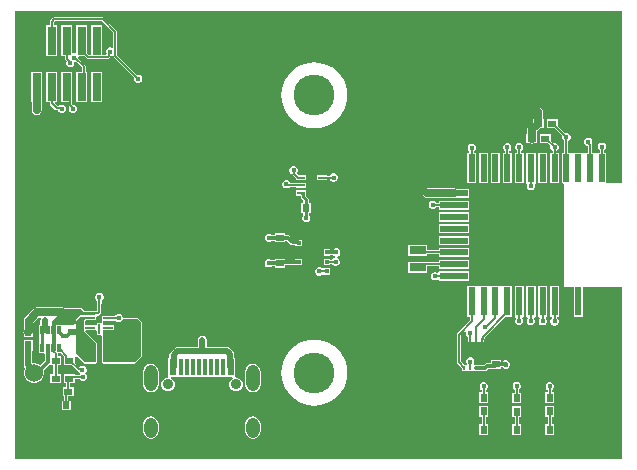
<source format=gbr>
%TF.GenerationSoftware,Altium Limited,Altium Designer,23.6.0 (18)*%
G04 Layer_Physical_Order=1*
G04 Layer_Color=255*
%FSLAX45Y45*%
%MOMM*%
%TF.SameCoordinates,DCE0C1D5-9975-4D98-BEBD-45AE40CD8FD9*%
%TF.FilePolarity,Positive*%
%TF.FileFunction,Copper,L1,Top,Signal*%
%TF.Part,Single*%
G01*
G75*
%TA.AperFunction,SMDPad,CuDef*%
%ADD10R,0.60000X0.75000*%
%ADD11R,0.60000X0.64000*%
%ADD12R,0.64000X0.60000*%
%ADD13R,0.75000X0.60000*%
%ADD14R,0.20320X0.86360*%
%ADD15R,0.86360X0.20320*%
%ADD16R,0.65000X1.60000*%
%ADD17R,0.30000X0.67000*%
%ADD18R,0.60960X1.44780*%
%ADD19R,0.30480X1.44780*%
%ADD20R,1.60000X0.20000*%
%ADD21R,0.25000X0.30000*%
%ADD22R,0.60000X2.40000*%
%TA.AperFunction,SMDPad,SMDef*%
%ADD23R,0.65000X1.45000*%
%ADD24R,0.70000X0.27000*%
%TA.AperFunction,BGAPad,CuDef*%
%ADD25R,0.40000X0.40000*%
%TA.AperFunction,SMDPad,CuDef*%
%ADD26R,1.40000X0.75000*%
%ADD27R,2.40000X0.60000*%
%ADD28R,0.75000X2.40000*%
%TA.AperFunction,Conductor*%
%ADD29C,0.12700*%
%ADD30C,0.63500*%
%ADD31C,0.30480*%
%ADD32C,0.50800*%
%ADD33C,0.20320*%
%ADD34C,0.15240*%
%ADD35C,0.25400*%
%TA.AperFunction,ComponentPad*%
%ADD36C,3.45440*%
%ADD37C,1.52400*%
%ADD38C,0.60960*%
%ADD39O,1.11760X2.20980*%
%ADD40C,0.91440*%
%ADD41O,1.11760X1.70180*%
%TA.AperFunction,ViaPad*%
%ADD42C,0.45000*%
%TA.AperFunction,NonConductor*%
%ADD43C,0.60960*%
G36*
X7828209Y4908615D02*
X7823900Y4897700D01*
X7692790D01*
Y5151590D01*
X7672056D01*
Y5170653D01*
X7675499Y5172079D01*
X7685401Y5181981D01*
X7690760Y5194918D01*
Y5208922D01*
X7685401Y5221859D01*
X7675499Y5231761D01*
X7662562Y5237120D01*
X7648558D01*
X7635621Y5231761D01*
X7625719Y5221859D01*
X7620360Y5208922D01*
Y5194918D01*
X7625719Y5181981D01*
X7635621Y5172079D01*
X7639064Y5170653D01*
Y5151590D01*
X7617246D01*
X7614350Y5152790D01*
X7592130D01*
X7589233Y5151590D01*
X7570396D01*
Y5221180D01*
X7568654Y5225385D01*
X7573920Y5238098D01*
Y5252102D01*
X7568561Y5265039D01*
X7558659Y5274941D01*
X7545722Y5280300D01*
X7531718D01*
X7518781Y5274941D01*
X7508879Y5265039D01*
X7503520Y5252102D01*
Y5238098D01*
X7508879Y5225161D01*
X7518781Y5215259D01*
X7531718Y5209900D01*
X7537404D01*
Y5151590D01*
X7517153D01*
X7513133Y5153255D01*
X7490913D01*
X7486893Y5151590D01*
X7420820D01*
X7416330Y5153450D01*
X7394110D01*
X7389620Y5151590D01*
X7370396D01*
Y5252833D01*
X7373839Y5254259D01*
X7383741Y5264161D01*
X7389100Y5277098D01*
Y5291102D01*
X7383741Y5304039D01*
X7373839Y5313941D01*
X7360902Y5319300D01*
X7346898D01*
X7343455Y5317874D01*
X7279390Y5381938D01*
Y5436390D01*
X7186610D01*
Y5358610D01*
X7256062D01*
X7320126Y5294545D01*
X7318700Y5291102D01*
Y5277098D01*
X7324059Y5264161D01*
X7333961Y5254259D01*
X7337404Y5252833D01*
Y5151590D01*
X7315010D01*
Y4893810D01*
X7325563D01*
X7337096Y4890991D01*
Y4010896D01*
X7415010D01*
Y3763810D01*
X7492790D01*
Y4010896D01*
X7828209D01*
Y2560391D01*
X2687391D01*
Y6355009D01*
X7828209D01*
Y4908615D01*
D02*
G37*
%LPC*%
G36*
X3429000Y6297916D02*
X3017520D01*
X3005856Y6293084D01*
X2985536Y6272764D01*
X2980704Y6261100D01*
Y6229390D01*
X2950810D01*
Y5971610D01*
X3043590D01*
Y6229390D01*
X3013696D01*
Y6254267D01*
X3024353Y6264924D01*
X3422167D01*
X3519184Y6167907D01*
Y6049329D01*
X3506484Y6040993D01*
X3501132Y6043210D01*
X3487128D01*
X3474191Y6037851D01*
X3464289Y6027949D01*
X3458930Y6015012D01*
Y6001008D01*
X3461649Y5994445D01*
X3454486Y5981756D01*
X3424590D01*
Y6229390D01*
X3331810D01*
Y5981756D01*
X3310773D01*
X3297590Y5994939D01*
Y6229390D01*
X3204810D01*
Y5998725D01*
X3194702Y5991971D01*
X3180698D01*
X3170590Y5998725D01*
Y6229390D01*
X3077810D01*
Y5971610D01*
X3107704D01*
Y5948680D01*
X3112536Y5937016D01*
X3122234Y5927317D01*
X3118136Y5917423D01*
Y5903419D01*
X3123495Y5890482D01*
X3133397Y5880580D01*
X3146334Y5875221D01*
X3160337D01*
X3173275Y5880580D01*
X3183177Y5890482D01*
X3188535Y5903419D01*
Y5917422D01*
X3199705Y5923644D01*
X3200804Y5924099D01*
X3249944Y5874959D01*
Y5839390D01*
X3204810D01*
Y5581610D01*
X3297590D01*
Y5839390D01*
X3282936D01*
Y5881792D01*
X3278104Y5893456D01*
X3222575Y5948985D01*
X3222900Y5949770D01*
Y5963773D01*
X3228136Y5971610D01*
X3274261D01*
X3292276Y5953596D01*
X3303940Y5948764D01*
X3469138D01*
X3480803Y5953596D01*
X3489783Y5962576D01*
X3494022Y5972810D01*
X3501132D01*
X3506484Y5975027D01*
X3518211Y5971807D01*
X3520581Y5968167D01*
X3524016Y5959876D01*
X3694946Y5788945D01*
X3693520Y5785502D01*
Y5771498D01*
X3698879Y5758561D01*
X3708781Y5748659D01*
X3721718Y5743300D01*
X3735722D01*
X3748659Y5748659D01*
X3758561Y5758561D01*
X3763920Y5771498D01*
Y5785502D01*
X3758561Y5798439D01*
X3748659Y5808341D01*
X3735722Y5813700D01*
X3721718D01*
X3718275Y5812274D01*
X3552176Y5978373D01*
Y6174740D01*
X3547344Y6186404D01*
X3440664Y6293084D01*
X3429000Y6297916D01*
D02*
G37*
G36*
X3424590Y5839390D02*
X3331810D01*
Y5581610D01*
X3424590D01*
Y5839390D01*
D02*
G37*
G36*
X3170590D02*
X3077810D01*
Y5581610D01*
X3138854D01*
Y5552890D01*
X3143686Y5541226D01*
X3143786Y5541126D01*
X3139800Y5531502D01*
Y5517498D01*
X3145159Y5504561D01*
X3155061Y5494659D01*
X3167998Y5489300D01*
X3182002D01*
X3194939Y5494659D01*
X3204841Y5504561D01*
X3210200Y5517498D01*
Y5531502D01*
X3204841Y5544439D01*
X3194939Y5554341D01*
X3182002Y5559700D01*
X3171869D01*
X3171846Y5559723D01*
Y5679350D01*
X3170590Y5682382D01*
Y5839390D01*
D02*
G37*
G36*
X3043590D02*
X2950810D01*
Y5581610D01*
X2980704D01*
Y5570220D01*
X2985536Y5558556D01*
X3027806Y5516286D01*
X3039470Y5511454D01*
X3048324D01*
X3051179Y5504561D01*
X3061081Y5494659D01*
X3074018Y5489300D01*
X3088022D01*
X3100959Y5494659D01*
X3110861Y5504561D01*
X3116220Y5517498D01*
Y5531502D01*
X3110861Y5544439D01*
X3100959Y5554341D01*
X3088022Y5559700D01*
X3074018D01*
X3061081Y5554341D01*
X3051186Y5544446D01*
X3046303D01*
X3021839Y5568910D01*
X3027099Y5581610D01*
X3043590D01*
Y5839390D01*
D02*
G37*
G36*
X2916590D02*
X2823810D01*
Y5581610D01*
X2828764D01*
Y5511800D01*
X2831918Y5495943D01*
X2840900Y5482500D01*
X2854343Y5473518D01*
X2870200Y5470364D01*
X2886057Y5473518D01*
X2899500Y5482500D01*
X2908482Y5495943D01*
X2911636Y5511800D01*
Y5581610D01*
X2916590D01*
Y5839390D01*
D02*
G37*
G36*
X5219700Y5918728D02*
X5175910Y5915282D01*
X5133198Y5905028D01*
X5092615Y5888218D01*
X5055162Y5865267D01*
X5021761Y5836739D01*
X4993233Y5803338D01*
X4970282Y5765885D01*
X4953472Y5725302D01*
X4943218Y5682590D01*
X4939772Y5638800D01*
X4943218Y5595010D01*
X4953472Y5552298D01*
X4970282Y5511715D01*
X4993233Y5474262D01*
X5021761Y5440861D01*
X5055162Y5412333D01*
X5092615Y5389382D01*
X5133198Y5372572D01*
X5175910Y5362318D01*
X5219700Y5358872D01*
X5263490Y5362318D01*
X5306202Y5372572D01*
X5346785Y5389382D01*
X5384238Y5412333D01*
X5417639Y5440861D01*
X5446167Y5474262D01*
X5469118Y5511715D01*
X5485928Y5552298D01*
X5496182Y5595010D01*
X5499628Y5638800D01*
X5496182Y5682590D01*
X5485928Y5725302D01*
X5469118Y5765885D01*
X5446167Y5803338D01*
X5417639Y5836739D01*
X5384238Y5865267D01*
X5346785Y5888218D01*
X5306202Y5905028D01*
X5263490Y5915282D01*
X5219700Y5918728D01*
D02*
G37*
G36*
X7118000Y5533836D02*
X7102143Y5530682D01*
X7088700Y5521700D01*
X7079718Y5508257D01*
X7076564Y5492400D01*
Y5436390D01*
X7071610D01*
Y5413710D01*
X7036950Y5379050D01*
X7027968Y5365607D01*
X7024814Y5349750D01*
Y5309390D01*
X7014110D01*
Y5231610D01*
X7047699D01*
X7060500Y5229064D01*
X7064500D01*
X7077301Y5231610D01*
X7106890D01*
Y5268247D01*
X7107686Y5272250D01*
Y5332586D01*
X7133710Y5358610D01*
X7164390D01*
Y5436390D01*
X7159436D01*
Y5492400D01*
X7156282Y5508257D01*
X7147300Y5521700D01*
X7133857Y5530682D01*
X7118000Y5533836D01*
D02*
G37*
G36*
X5390302Y4977000D02*
X5376298D01*
X5363361Y4971641D01*
X5353459Y4961739D01*
X5352033Y4958296D01*
X5327190D01*
Y4964190D01*
X5239410D01*
Y4919410D01*
X5327190D01*
Y4925304D01*
X5352033D01*
X5353459Y4921861D01*
X5363361Y4911959D01*
X5376298Y4906600D01*
X5390302D01*
X5403239Y4911959D01*
X5413141Y4921861D01*
X5418500Y4934798D01*
Y4948802D01*
X5413141Y4961739D01*
X5403239Y4971641D01*
X5390302Y4977000D01*
D02*
G37*
G36*
X5051442Y5037860D02*
X5037438D01*
X5024501Y5032501D01*
X5014599Y5022599D01*
X5009240Y5009662D01*
Y4995658D01*
X5014599Y4982721D01*
X5024501Y4972819D01*
X5037198Y4967560D01*
X5038956Y4963315D01*
X5061410Y4940862D01*
Y4919410D01*
X5149190D01*
Y4964190D01*
X5084738D01*
X5070244Y4978684D01*
X5074281Y4982721D01*
X5079640Y4995658D01*
Y5009662D01*
X5074281Y5022599D01*
X5064379Y5032501D01*
X5051442Y5037860D01*
D02*
G37*
G36*
X7092790Y5151590D02*
X7015010D01*
Y4893810D01*
X7015010D01*
X7021246Y4881110D01*
X7018380Y4874192D01*
Y4860188D01*
X7023739Y4847251D01*
X7033641Y4837349D01*
X7046578Y4831990D01*
X7060582D01*
X7073519Y4837349D01*
X7083421Y4847251D01*
X7088780Y4860188D01*
Y4874192D01*
X7085914Y4881110D01*
X7092790Y4893810D01*
X7092790D01*
Y5151590D01*
D02*
G37*
G36*
X7221890Y5309390D02*
X7129110D01*
Y5231610D01*
X7198562D01*
X7220126Y5210045D01*
X7218700Y5206602D01*
Y5192598D01*
X7224059Y5179661D01*
X7233961Y5169759D01*
X7237404Y5168333D01*
Y5151590D01*
X7215010D01*
Y4893810D01*
X7292790D01*
Y5151590D01*
X7270396D01*
Y5168333D01*
X7273839Y5169759D01*
X7283741Y5179661D01*
X7289100Y5192598D01*
Y5206602D01*
X7283741Y5219539D01*
X7273839Y5229441D01*
X7260902Y5234800D01*
X7246898D01*
X7243455Y5233374D01*
X7221890Y5254938D01*
Y5309390D01*
D02*
G37*
G36*
X7192790Y5151590D02*
X7115010D01*
Y4893810D01*
X7192790D01*
Y5151590D01*
D02*
G37*
G36*
X6960902Y5235200D02*
X6946898D01*
X6933961Y5229841D01*
X6924059Y5219939D01*
X6918700Y5207002D01*
Y5192998D01*
X6924059Y5180061D01*
X6933961Y5170159D01*
X6937404Y5168733D01*
Y5151590D01*
X6915010D01*
Y4893810D01*
X6992790D01*
Y5151590D01*
X6970396D01*
Y5168733D01*
X6973839Y5170159D01*
X6983741Y5180061D01*
X6989100Y5192998D01*
Y5207002D01*
X6983741Y5219939D01*
X6973839Y5229841D01*
X6960902Y5235200D01*
D02*
G37*
G36*
X6860902Y5233600D02*
X6846898D01*
X6833961Y5228241D01*
X6824059Y5218339D01*
X6818700Y5205402D01*
Y5191398D01*
X6824059Y5178461D01*
X6833961Y5168559D01*
X6837404Y5167133D01*
Y5151590D01*
X6815010D01*
Y4893810D01*
X6892790D01*
Y5151590D01*
X6870396D01*
Y5167133D01*
X6873839Y5168559D01*
X6883741Y5178461D01*
X6889100Y5191398D01*
Y5205402D01*
X6883741Y5218339D01*
X6873839Y5228241D01*
X6860902Y5233600D01*
D02*
G37*
G36*
X6792790Y5151590D02*
X6715010D01*
Y4893810D01*
X6792790D01*
Y5151590D01*
D02*
G37*
G36*
X6692790D02*
X6615010D01*
Y4893810D01*
X6692790D01*
Y5151590D01*
D02*
G37*
G36*
X6560902Y5228800D02*
X6546898D01*
X6533961Y5223441D01*
X6524059Y5213539D01*
X6518700Y5200602D01*
Y5186598D01*
X6524059Y5173661D01*
X6533430Y5164290D01*
X6533268Y5161544D01*
X6530153Y5151590D01*
X6515010D01*
Y4893810D01*
X6592790D01*
Y5151590D01*
X6577647D01*
X6574532Y5161544D01*
X6574370Y5164290D01*
X6583741Y5173661D01*
X6589100Y5186598D01*
Y5200602D01*
X6583741Y5213539D01*
X6573839Y5223441D01*
X6560902Y5228800D01*
D02*
G37*
G36*
X4990482Y4919620D02*
X4976478D01*
X4963541Y4914261D01*
X4953639Y4904359D01*
X4948280Y4891422D01*
Y4877418D01*
X4953639Y4864481D01*
X4963541Y4854579D01*
X4976478Y4849220D01*
X4990482D01*
X5003419Y4854579D01*
X5012954Y4864114D01*
X5061410D01*
Y4854410D01*
X5149190D01*
Y4899190D01*
X5061410D01*
Y4897106D01*
X5016326D01*
X5013321Y4904359D01*
X5003419Y4914261D01*
X4990482Y4919620D01*
D02*
G37*
G36*
X6403900Y4849136D02*
X6177800D01*
X6161943Y4845982D01*
X6148500Y4837000D01*
X6139518Y4823557D01*
X6136364Y4807700D01*
X6139518Y4791843D01*
X6148500Y4778400D01*
X6161943Y4769418D01*
X6177800Y4766264D01*
X6403900D01*
X6416701Y4768810D01*
X6532790D01*
Y4846590D01*
X6416701D01*
X6403900Y4849136D01*
D02*
G37*
G36*
X6230002Y4746900D02*
X6215998D01*
X6203061Y4741541D01*
X6193159Y4731639D01*
X6187800Y4718702D01*
Y4704698D01*
X6193159Y4691761D01*
X6203061Y4681859D01*
X6215998Y4676500D01*
X6230002D01*
X6242939Y4681859D01*
X6252841Y4691761D01*
X6254267Y4695204D01*
X6275010D01*
Y4668810D01*
X6532790D01*
Y4746590D01*
X6275010D01*
Y4728196D01*
X6254267D01*
X6252841Y4731639D01*
X6242939Y4741541D01*
X6230002Y4746900D01*
D02*
G37*
G36*
X6532790Y4646590D02*
X6275010D01*
Y4568810D01*
X6532790D01*
Y4646590D01*
D02*
G37*
G36*
X5149190Y4834190D02*
X5061410D01*
Y4789410D01*
X5105587D01*
Y4779100D01*
X5107263Y4770676D01*
X5112035Y4763535D01*
X5128287Y4747282D01*
Y4727190D01*
X5111410D01*
Y4645410D01*
X5128287D01*
Y4626887D01*
X5120459Y4619059D01*
X5115100Y4606122D01*
Y4592118D01*
X5120459Y4579181D01*
X5130361Y4569279D01*
X5143298Y4563920D01*
X5157302D01*
X5170239Y4569279D01*
X5180141Y4579181D01*
X5185500Y4592118D01*
Y4606122D01*
X5180141Y4619059D01*
X5172313Y4626887D01*
Y4645410D01*
X5189190D01*
Y4727190D01*
X5172313D01*
Y4756400D01*
X5170637Y4764824D01*
X5165865Y4771966D01*
X5149613Y4788218D01*
Y4811000D01*
X5149190Y4813127D01*
Y4834190D01*
D02*
G37*
G36*
X6532790Y4546590D02*
X6275010D01*
Y4468810D01*
X6532790D01*
Y4546590D01*
D02*
G37*
G36*
X4968490Y4470290D02*
X4886710D01*
Y4456003D01*
X4862237D01*
X4856999Y4461241D01*
X4844062Y4466600D01*
X4830058D01*
X4817121Y4461241D01*
X4807219Y4451339D01*
X4801860Y4438402D01*
Y4424398D01*
X4807219Y4411461D01*
X4817121Y4401559D01*
X4830058Y4396200D01*
X4844062D01*
X4856999Y4401559D01*
X4862237Y4406797D01*
X4886710D01*
Y4392510D01*
X4968490D01*
Y4406797D01*
X4986889D01*
X5019123Y4374563D01*
X5027105Y4369230D01*
X5036520Y4367357D01*
X5058110D01*
Y4358310D01*
X5115890D01*
Y4416090D01*
X5084616D01*
X5082240Y4416563D01*
X5046711D01*
X5014477Y4448797D01*
X5006495Y4454130D01*
X4997080Y4456003D01*
X4968490D01*
Y4470290D01*
D02*
G37*
G36*
X6532790Y4446590D02*
X6275010D01*
Y4368810D01*
X6532790D01*
Y4446590D01*
D02*
G37*
G36*
X5412762Y4342400D02*
X5398758D01*
X5385821Y4337041D01*
X5380583Y4331803D01*
X5355890D01*
Y4336090D01*
X5298110D01*
Y4278310D01*
X5355890D01*
Y4282597D01*
X5380583D01*
X5385821Y4277359D01*
X5391836Y4274867D01*
X5392141Y4268096D01*
X5390573Y4261644D01*
X5379461Y4257041D01*
X5369559Y4247139D01*
X5368133Y4243696D01*
X5355890D01*
Y4256090D01*
X5298110D01*
Y4198310D01*
X5355890D01*
Y4210704D01*
X5368133D01*
X5369559Y4207261D01*
X5379461Y4197359D01*
X5392398Y4192000D01*
X5406402D01*
X5419339Y4197359D01*
X5429241Y4207261D01*
X5434600Y4220198D01*
Y4234202D01*
X5429241Y4247139D01*
X5419339Y4257041D01*
X5413324Y4259533D01*
X5413019Y4266304D01*
X5414587Y4272756D01*
X5425699Y4277359D01*
X5435601Y4287261D01*
X5440960Y4300198D01*
Y4314202D01*
X5435601Y4327139D01*
X5425699Y4337041D01*
X5412762Y4342400D01*
D02*
G37*
G36*
X6174890Y4373390D02*
X6017110D01*
Y4280610D01*
X6174890D01*
Y4291204D01*
X6275010D01*
Y4268810D01*
X6532790D01*
Y4346590D01*
X6275010D01*
Y4324196D01*
X6174890D01*
Y4373390D01*
D02*
G37*
G36*
X5115890Y4256090D02*
X5058110D01*
Y4247043D01*
X4968490D01*
Y4255290D01*
X4886710D01*
Y4241003D01*
X4858797D01*
X4853559Y4246241D01*
X4840622Y4251600D01*
X4826618D01*
X4813681Y4246241D01*
X4803779Y4236339D01*
X4798420Y4223402D01*
Y4209398D01*
X4803779Y4196461D01*
X4813681Y4186559D01*
X4826618Y4181200D01*
X4840622D01*
X4853559Y4186559D01*
X4858797Y4191797D01*
X4886710D01*
Y4177510D01*
X4968490D01*
Y4197837D01*
X5082240D01*
X5084616Y4198310D01*
X5115890D01*
Y4256090D01*
D02*
G37*
G36*
X6532790Y4246590D02*
X6275010D01*
Y4224196D01*
X6174890D01*
Y4228390D01*
X6017110D01*
Y4135610D01*
X6174890D01*
Y4191204D01*
X6275010D01*
Y4168810D01*
X6532790D01*
Y4246590D01*
D02*
G37*
G36*
Y4146590D02*
X6275010D01*
Y4141730D01*
X6262310Y4136470D01*
X6261239Y4137541D01*
X6248302Y4142900D01*
X6234298D01*
X6221361Y4137541D01*
X6211459Y4127639D01*
X6206100Y4114702D01*
Y4100698D01*
X6211459Y4087761D01*
X6221361Y4077859D01*
X6234298Y4072500D01*
X6248302D01*
X6261239Y4077859D01*
X6262310Y4078930D01*
X6275010Y4073670D01*
Y4068810D01*
X6532790D01*
Y4146590D01*
D02*
G37*
G36*
X5269262Y4182400D02*
X5255258D01*
X5242321Y4177041D01*
X5232419Y4167139D01*
X5227060Y4154202D01*
Y4140198D01*
X5232419Y4127261D01*
X5242321Y4117359D01*
X5255258Y4112000D01*
X5269262D01*
X5282199Y4117359D01*
X5285410Y4120570D01*
X5298110Y4118310D01*
X5298110Y4118310D01*
X5355890D01*
Y4176090D01*
X5298110D01*
Y4176090D01*
X5285410Y4173830D01*
X5282199Y4177041D01*
X5269262Y4182400D01*
D02*
G37*
G36*
X6892790Y4021590D02*
X6815010D01*
Y4020339D01*
X6813430Y4019283D01*
X6792790D01*
Y4021590D01*
X6715010D01*
Y4019283D01*
X6692790D01*
Y4021590D01*
X6615010D01*
Y4019283D01*
X6592790D01*
Y4021590D01*
X6515010D01*
Y3763810D01*
X6537404D01*
Y3731173D01*
X6429776Y3623544D01*
X6424944Y3611880D01*
Y3380023D01*
X6429776Y3368359D01*
X6467893Y3330241D01*
Y3305790D01*
X6514283Y3305790D01*
X6523373Y3305790D01*
X6564283Y3305790D01*
X6585700Y3305790D01*
X6589283Y3305078D01*
X6666060D01*
X6675475Y3306950D01*
X6683457Y3312284D01*
X6691411Y3320237D01*
X6745680D01*
X6748056Y3320710D01*
X6799830D01*
Y3334137D01*
X6814183D01*
X6820281Y3328039D01*
X6833218Y3322680D01*
X6847222D01*
X6860159Y3328039D01*
X6870061Y3337941D01*
X6875420Y3350878D01*
Y3364882D01*
X6870061Y3377819D01*
X6860159Y3387721D01*
X6847222Y3393080D01*
X6833218D01*
X6820281Y3387721D01*
X6815903Y3383343D01*
X6799830D01*
Y3398490D01*
X6718050D01*
Y3369443D01*
X6681220D01*
X6671805Y3367570D01*
X6663823Y3362237D01*
X6655869Y3354283D01*
X6589283D01*
X6585700Y3353570D01*
X6578531D01*
X6575641Y3357018D01*
X6571554Y3366271D01*
X6575700Y3376278D01*
Y3390282D01*
X6570341Y3403219D01*
X6560439Y3413121D01*
X6547502Y3418480D01*
X6533498D01*
X6520561Y3413121D01*
X6510659Y3403219D01*
X6505300Y3390282D01*
Y3376278D01*
X6509446Y3366271D01*
X6505359Y3357018D01*
X6503441Y3354730D01*
X6490420Y3354371D01*
X6457936Y3386856D01*
Y3605047D01*
X6491027Y3638138D01*
X6496639Y3636217D01*
X6502760Y3631911D01*
Y3620118D01*
X6508119Y3607181D01*
X6511626Y3603675D01*
X6517893Y3593570D01*
Y3545790D01*
X6560672D01*
Y3545790D01*
X6567894D01*
Y3545790D01*
X6610672D01*
Y3545790D01*
X6617894D01*
Y3545790D01*
X6660673D01*
Y3572798D01*
X6661929Y3575831D01*
Y3587401D01*
X6838339Y3763810D01*
X6892790D01*
Y4021590D01*
D02*
G37*
G36*
X3407309Y3965277D02*
X3393306D01*
X3380369Y3959918D01*
X3370467Y3950016D01*
X3365108Y3937078D01*
Y3923075D01*
X3370467Y3910138D01*
X3373866Y3906739D01*
X3379470Y3896360D01*
Y3879186D01*
X3379097Y3877310D01*
Y3811529D01*
X3378571Y3811003D01*
X3366826D01*
X3366412Y3811174D01*
X3273794D01*
X3250384Y3834584D01*
X3243580Y3837403D01*
X3103978D01*
X3100056Y3840023D01*
X3084199Y3843177D01*
X2873121D01*
X2857264Y3840023D01*
X2843821Y3831041D01*
X2771530Y3758750D01*
X2762548Y3745307D01*
X2759394Y3729450D01*
Y3645158D01*
X2757644Y3636360D01*
X2760190Y3623559D01*
Y3589970D01*
X2837970D01*
Y3620544D01*
X2839112Y3622253D01*
X2842266Y3638110D01*
Y3712286D01*
X2887510Y3757530D01*
X2898777Y3756870D01*
X2904515Y3745339D01*
X2904265Y3744965D01*
X2901603Y3731585D01*
Y3691578D01*
X2887675D01*
Y3606797D01*
X2889552D01*
Y3543577D01*
X2887675D01*
Y3458797D01*
X2935455D01*
X2936962Y3446722D01*
Y3388166D01*
X2901616Y3352820D01*
X2899587Y3354849D01*
X2880183Y3366051D01*
X2858542Y3371850D01*
X2836138D01*
X2830055Y3376517D01*
Y3474970D01*
X2837970D01*
Y3567750D01*
X2760190D01*
Y3517667D01*
X2760132Y3517373D01*
Y3354849D01*
X2762793Y3341470D01*
X2770372Y3330127D01*
X2772751Y3327748D01*
X2768049Y3319603D01*
X2762250Y3297962D01*
Y3275558D01*
X2768049Y3253917D01*
X2779251Y3234513D01*
X2795093Y3218671D01*
X2814497Y3207469D01*
X2836138Y3201670D01*
X2858542D01*
X2880183Y3207469D01*
X2899587Y3218671D01*
X2915429Y3234513D01*
X2926631Y3253917D01*
X2932430Y3275558D01*
Y3297962D01*
X2929031Y3310648D01*
X2972050Y3353667D01*
X2984750Y3352010D01*
X2984750Y3352010D01*
X3011717D01*
Y3276074D01*
X2984750D01*
Y3198295D01*
X3077530D01*
Y3276074D01*
X3050563D01*
Y3352010D01*
X3077530D01*
Y3429790D01*
X3050563D01*
Y3453919D01*
X3050563Y3453920D01*
X3054566Y3458797D01*
X3071354D01*
X3091672Y3438480D01*
X3099749Y3429790D01*
X3099750D01*
X3099750Y3429789D01*
Y3352010D01*
X3169202D01*
X3214536Y3306676D01*
X3221677Y3303718D01*
X3226439Y3292221D01*
X3236341Y3282319D01*
X3231921Y3273721D01*
X3231519Y3273319D01*
X3230093Y3269876D01*
X3192530D01*
Y3276074D01*
X3099750D01*
Y3198295D01*
X3119484D01*
Y3165630D01*
X3089590D01*
Y3087850D01*
X3104264D01*
Y3053330D01*
X3081870D01*
Y2971550D01*
X3159650D01*
Y3053330D01*
X3137256D01*
Y3087850D01*
X3182370D01*
Y3165630D01*
X3152476D01*
Y3198295D01*
X3192530D01*
Y3236884D01*
X3230093D01*
X3231519Y3233441D01*
X3241421Y3223539D01*
X3254358Y3218180D01*
X3268362D01*
X3281299Y3223539D01*
X3291201Y3233441D01*
X3296560Y3246378D01*
Y3260382D01*
X3291201Y3273319D01*
X3281299Y3283221D01*
X3285719Y3291819D01*
X3286121Y3292221D01*
X3291480Y3305158D01*
Y3319162D01*
X3286121Y3332099D01*
X3276219Y3342001D01*
X3263282Y3347360D01*
X3249278D01*
X3236341Y3342001D01*
X3231104Y3336764D01*
X3192530Y3375338D01*
Y3417200D01*
X3192530Y3419929D01*
X3204080Y3430937D01*
X3207784Y3430868D01*
X3269796Y3368856D01*
X3276600Y3366037D01*
X3292170D01*
Y3365510D01*
X3374950D01*
Y3369112D01*
X3377663Y3375660D01*
Y3538220D01*
X3374844Y3545024D01*
X3280038Y3639830D01*
X3285299Y3652530D01*
X3366770D01*
X3373120Y3652530D01*
X3379470Y3642460D01*
Y3606800D01*
X3417570Y3606800D01*
X3424457Y3596953D01*
Y3378200D01*
X3427170Y3371652D01*
Y3365510D01*
X3509950D01*
Y3366037D01*
X3698240D01*
X3705044Y3368856D01*
X3760924Y3424736D01*
X3763743Y3431540D01*
Y3710940D01*
X3760924Y3717744D01*
X3730444Y3748224D01*
X3723640Y3751043D01*
X3601081D01*
Y3759278D01*
X3595722Y3772216D01*
X3585820Y3782118D01*
X3572883Y3787477D01*
X3558879D01*
X3545942Y3782118D01*
X3538913Y3775089D01*
X3528060Y3770630D01*
X3528060Y3770631D01*
Y3770630D01*
X3528059Y3770630D01*
X3423920D01*
Y3732531D01*
X3423919Y3732530D01*
Y3730630D01*
X3422380Y3718568D01*
X3417570Y3710940D01*
X3411220Y3710940D01*
X3379470D01*
Y3700700D01*
X3373120Y3690630D01*
X3366770Y3690630D01*
X3276063D01*
Y3724734D01*
X3283126Y3731797D01*
X3365500D01*
X3367269Y3732530D01*
X3373120D01*
Y3736585D01*
X3375123Y3741420D01*
Y3761740D01*
X3384001Y3772007D01*
X3385188Y3772157D01*
X3386617D01*
X3394050Y3773635D01*
X3400351Y3777846D01*
X3412254Y3789749D01*
X3413906Y3792220D01*
X3417570D01*
Y3801607D01*
X3417943Y3803483D01*
Y3871202D01*
X3418252Y3871665D01*
X3419731Y3879098D01*
Y3900022D01*
X3420247Y3900236D01*
X3430149Y3910138D01*
X3435507Y3923075D01*
Y3937078D01*
X3430149Y3950016D01*
X3420247Y3959918D01*
X3407309Y3965277D01*
D02*
G37*
G36*
X6992790Y4021590D02*
X6915010D01*
Y3763810D01*
X6921870D01*
X6927130Y3751110D01*
X6924059Y3748039D01*
X6918700Y3735102D01*
Y3721098D01*
X6924059Y3708161D01*
X6933961Y3698259D01*
X6946898Y3692900D01*
X6960902D01*
X6973839Y3698259D01*
X6983741Y3708161D01*
X6989100Y3721098D01*
Y3735102D01*
X6983741Y3748039D01*
X6980670Y3751110D01*
X6985930Y3763810D01*
X6992790D01*
Y4021590D01*
D02*
G37*
G36*
X7092790D02*
X7015010D01*
Y3763810D01*
X7023470D01*
X7028730Y3751110D01*
X7024059Y3746439D01*
X7018700Y3733502D01*
Y3719498D01*
X7024059Y3706561D01*
X7033961Y3696659D01*
X7046898Y3691300D01*
X7060902D01*
X7073839Y3696659D01*
X7083741Y3706561D01*
X7089100Y3719498D01*
Y3733502D01*
X7083741Y3746439D01*
X7079070Y3751110D01*
X7084331Y3763810D01*
X7092790D01*
Y4021590D01*
D02*
G37*
G36*
X7192790D02*
X7115010D01*
Y3763810D01*
X7125196D01*
X7130330Y3751110D01*
X7124059Y3744839D01*
X7118700Y3731902D01*
Y3717898D01*
X7124059Y3704961D01*
X7133961Y3695059D01*
X7146898Y3689700D01*
X7160902D01*
X7173839Y3695059D01*
X7183741Y3704961D01*
X7189100Y3717898D01*
Y3731902D01*
X7183741Y3744839D01*
X7177470Y3751110D01*
X7182604Y3763810D01*
X7192790D01*
Y4021590D01*
D02*
G37*
G36*
X7292790D02*
X7215010D01*
Y3763810D01*
X7228037D01*
X7229760Y3760706D01*
X7231930Y3751110D01*
X7224059Y3743239D01*
X7218700Y3730302D01*
Y3716298D01*
X7224059Y3703361D01*
X7233961Y3693459D01*
X7246898Y3688100D01*
X7260902D01*
X7273839Y3693459D01*
X7283741Y3703361D01*
X7289100Y3716298D01*
Y3730302D01*
X7283741Y3743239D01*
X7275870Y3751110D01*
X7278040Y3760706D01*
X7279763Y3763810D01*
X7292790D01*
Y4021590D01*
D02*
G37*
G36*
X4276742Y3603900D02*
X4262738D01*
X4249801Y3598541D01*
X4239899Y3588639D01*
X4234540Y3575702D01*
Y3561698D01*
X4237266Y3555117D01*
Y3509682D01*
X4061461D01*
X4061460Y3509682D01*
X4048081Y3507020D01*
X4036738Y3499442D01*
X4036738Y3499441D01*
X4003124Y3465828D01*
X3995545Y3454485D01*
X3992884Y3441106D01*
Y3416120D01*
X3983396D01*
Y3260960D01*
X3983396Y3253560D01*
X3972891Y3248260D01*
X3967219D01*
X3945895Y3239427D01*
X3929573Y3223106D01*
X3920740Y3201781D01*
Y3178699D01*
X3929573Y3157374D01*
X3945895Y3141053D01*
X3967219Y3132220D01*
X3990301D01*
X4011626Y3141053D01*
X4027947Y3157374D01*
X4036780Y3178699D01*
Y3201781D01*
X4027947Y3223106D01*
X4011626Y3239427D01*
X4008166Y3240860D01*
X4010693Y3253560D01*
X4065374Y3253560D01*
X4074836Y3253560D01*
X4116871Y3253560D01*
X4129571Y3253560D01*
X4166884Y3253560D01*
X4179584Y3253560D01*
X4216871Y3253560D01*
X4229571Y3253560D01*
X4266884Y3253560D01*
X4279584Y3253560D01*
X4316896Y3253560D01*
X4329597Y3253560D01*
X4366909Y3253560D01*
X4379609Y3253560D01*
X4416896Y3253560D01*
X4429596Y3253560D01*
X4470147Y3253560D01*
X4479609Y3253560D01*
X4524828D01*
X4527354Y3240860D01*
X4523894Y3239427D01*
X4507573Y3223106D01*
X4498740Y3201781D01*
Y3178699D01*
X4507573Y3157374D01*
X4523894Y3141053D01*
X4545219Y3132220D01*
X4568301D01*
X4589626Y3141053D01*
X4605947Y3157374D01*
X4614780Y3178699D01*
Y3201781D01*
X4605947Y3223106D01*
X4589626Y3239427D01*
X4568301Y3248260D01*
X4562629D01*
X4552124Y3253560D01*
X4552124Y3260960D01*
Y3416120D01*
X4542636D01*
Y3450042D01*
X4539974Y3463421D01*
X4532396Y3474764D01*
X4507718Y3499442D01*
X4496375Y3507020D01*
X4482996Y3509682D01*
X4307190D01*
Y3566212D01*
X4304528Y3579592D01*
X4301372Y3584316D01*
X4299581Y3588639D01*
X4289679Y3598541D01*
X4276742Y3603900D01*
D02*
G37*
G36*
X4699763Y3363889D02*
X4674491Y3358862D01*
X4653067Y3344547D01*
X4638751Y3323122D01*
X4633724Y3297850D01*
Y3188630D01*
X4638751Y3163358D01*
X4653067Y3141933D01*
X4674491Y3127618D01*
X4699763Y3122591D01*
X4725035Y3127618D01*
X4746460Y3141933D01*
X4760775Y3163358D01*
X4765802Y3188630D01*
Y3297850D01*
X4760775Y3323122D01*
X4746460Y3344547D01*
X4725035Y3358862D01*
X4699763Y3363889D01*
D02*
G37*
G36*
X3835757D02*
X3810485Y3358862D01*
X3789060Y3344547D01*
X3774745Y3323122D01*
X3769718Y3297850D01*
Y3188630D01*
X3774745Y3163358D01*
X3789060Y3141933D01*
X3810485Y3127618D01*
X3835757Y3122591D01*
X3861029Y3127618D01*
X3882453Y3141933D01*
X3896769Y3163358D01*
X3901796Y3188630D01*
Y3297850D01*
X3896769Y3323122D01*
X3882453Y3344547D01*
X3861029Y3358862D01*
X3835757Y3363889D01*
D02*
G37*
G36*
X6661802Y3207660D02*
X6647798D01*
X6634861Y3202301D01*
X6624959Y3192399D01*
X6619600Y3179462D01*
Y3165458D01*
X6624959Y3152521D01*
X6634861Y3142619D01*
X6638304Y3141193D01*
Y3123950D01*
X6615910D01*
Y3031170D01*
X6693690D01*
Y3123950D01*
X6671296D01*
Y3141193D01*
X6674739Y3142619D01*
X6684641Y3152521D01*
X6690000Y3165458D01*
Y3179462D01*
X6684641Y3192399D01*
X6674739Y3202301D01*
X6661802Y3207660D01*
D02*
G37*
G36*
X7220602Y3210200D02*
X7206598D01*
X7193661Y3204841D01*
X7183759Y3194939D01*
X7178400Y3182002D01*
Y3167998D01*
X7183759Y3155061D01*
X7193661Y3145159D01*
X7197104Y3143733D01*
Y3123030D01*
X7174710D01*
Y3030250D01*
X7252490D01*
Y3123030D01*
X7230096D01*
Y3143733D01*
X7233539Y3145159D01*
X7243441Y3155061D01*
X7248800Y3167998D01*
Y3182002D01*
X7243441Y3194939D01*
X7233539Y3204841D01*
X7220602Y3210200D01*
D02*
G37*
G36*
X6941202Y3212740D02*
X6927198D01*
X6914261Y3207381D01*
X6904359Y3197479D01*
X6899000Y3184542D01*
Y3170538D01*
X6904359Y3157601D01*
X6914261Y3147699D01*
X6917704Y3146273D01*
Y3121410D01*
X6895310D01*
Y3028630D01*
X6973090D01*
Y3121410D01*
X6950696D01*
Y3146273D01*
X6954139Y3147699D01*
X6964041Y3157601D01*
X6969400Y3170538D01*
Y3184542D01*
X6964041Y3197479D01*
X6954139Y3207381D01*
X6941202Y3212740D01*
D02*
G37*
G36*
X5219700Y3569228D02*
X5175910Y3565782D01*
X5133198Y3555528D01*
X5092615Y3538718D01*
X5055162Y3515767D01*
X5021761Y3487239D01*
X4993233Y3453838D01*
X4970282Y3416385D01*
X4953472Y3375802D01*
X4943218Y3333090D01*
X4939772Y3289300D01*
X4943218Y3245510D01*
X4953472Y3202798D01*
X4970282Y3162215D01*
X4993233Y3124762D01*
X5021761Y3091361D01*
X5055162Y3062833D01*
X5092615Y3039882D01*
X5133198Y3023072D01*
X5175910Y3012818D01*
X5219700Y3009372D01*
X5263490Y3012818D01*
X5306202Y3023072D01*
X5346785Y3039882D01*
X5384238Y3062833D01*
X5417639Y3091361D01*
X5446167Y3124762D01*
X5469118Y3162215D01*
X5485928Y3202798D01*
X5496182Y3245510D01*
X5499628Y3289300D01*
X5496182Y3333090D01*
X5485928Y3375802D01*
X5469118Y3416385D01*
X5446167Y3453838D01*
X5417639Y3487239D01*
X5384238Y3515767D01*
X5346785Y3538718D01*
X5306202Y3555528D01*
X5263490Y3565782D01*
X5219700Y3569228D01*
D02*
G37*
G36*
X7252490Y3008030D02*
X7174710D01*
Y2915250D01*
X7197104D01*
Y2853790D01*
X7174710D01*
Y2761010D01*
X7252490D01*
Y2853790D01*
X7230096D01*
Y2915250D01*
X7252490D01*
Y3008030D01*
D02*
G37*
G36*
X6693690Y3008950D02*
X6615910D01*
Y2916170D01*
X6638304D01*
Y2853790D01*
X6615910D01*
Y2761010D01*
X6693690D01*
Y2853790D01*
X6671296D01*
Y2916170D01*
X6693690D01*
Y3008950D01*
D02*
G37*
G36*
X6973090Y3006410D02*
X6895310D01*
Y2913630D01*
X6917704D01*
Y2853090D01*
X6895310D01*
Y2760310D01*
X6973090D01*
Y2853090D01*
X6950696D01*
Y2913630D01*
X6973090D01*
Y3006410D01*
D02*
G37*
G36*
X4699760Y2920489D02*
X4674488Y2915462D01*
X4653064Y2901147D01*
X4638748Y2879722D01*
X4633721Y2854450D01*
Y2796030D01*
X4638748Y2770758D01*
X4653064Y2749333D01*
X4674488Y2735018D01*
X4699760Y2729991D01*
X4725032Y2735018D01*
X4746457Y2749333D01*
X4760772Y2770758D01*
X4765799Y2796030D01*
Y2854450D01*
X4760772Y2879722D01*
X4746457Y2901147D01*
X4725032Y2915462D01*
X4699760Y2920489D01*
D02*
G37*
G36*
X3835757D02*
X3810485Y2915462D01*
X3789060Y2901147D01*
X3774745Y2879722D01*
X3769718Y2854450D01*
Y2796030D01*
X3774745Y2770758D01*
X3789060Y2749333D01*
X3810485Y2735018D01*
X3835757Y2729991D01*
X3861029Y2735018D01*
X3882453Y2749333D01*
X3896769Y2770758D01*
X3901796Y2796030D01*
Y2854450D01*
X3896769Y2879722D01*
X3882453Y2901147D01*
X3861029Y2915462D01*
X3835757Y2920489D01*
D02*
G37*
%LPD*%
G36*
X3754120Y3710940D02*
Y3431540D01*
X3698240Y3375660D01*
X3436620D01*
X3434080Y3378200D01*
Y3652530D01*
X3528060D01*
Y3690630D01*
X3434080D01*
Y3723640D01*
X3544738D01*
X3545942Y3722436D01*
X3558879Y3717077D01*
X3572883D01*
X3585820Y3722436D01*
X3595722Y3732338D01*
X3599484Y3741420D01*
X3723640D01*
X3754120Y3710940D01*
D02*
G37*
G36*
X3269808Y3801552D02*
X3366412D01*
Y3781590D01*
X3237427D01*
X3185731Y3729894D01*
Y3695700D01*
X3030220D01*
Y3474720D01*
X2999740D01*
Y3723640D01*
X3103880Y3827780D01*
X3243580D01*
X3269808Y3801552D01*
D02*
G37*
G36*
X3365500Y3741420D02*
X3279140D01*
X3266440Y3728720D01*
Y3639820D01*
X3368040Y3538220D01*
Y3375660D01*
X3276600D01*
X3200400Y3451860D01*
Y3597570D01*
X3205730D01*
Y3675349D01*
X3205730D01*
Y3685570D01*
X3205730D01*
Y3728970D01*
X3238500Y3761740D01*
X3365500D01*
Y3741420D01*
D02*
G37*
D10*
X2799080Y3636360D02*
D03*
Y3521360D02*
D03*
X6654800Y2807400D02*
D03*
Y2692400D02*
D03*
Y2962560D02*
D03*
Y3077560D02*
D03*
X6934200Y2806700D02*
D03*
Y2691700D02*
D03*
Y2960020D02*
D03*
Y3075020D02*
D03*
X7213600Y2807400D02*
D03*
Y2692400D02*
D03*
Y2961640D02*
D03*
Y3076640D02*
D03*
D11*
X3120760Y3012440D02*
D03*
X3032760D02*
D03*
X5150300Y4686300D02*
D03*
X5238300D02*
D03*
D12*
X6758940Y3447600D02*
D03*
Y3359600D02*
D03*
X3606800Y3329120D02*
D03*
Y3417120D02*
D03*
X3164840Y3636460D02*
D03*
Y3724460D02*
D03*
X4927600Y4431400D02*
D03*
Y4343400D02*
D03*
Y4216400D02*
D03*
Y4128400D02*
D03*
D13*
X3146140Y3390900D02*
D03*
X3031140D02*
D03*
X3146140Y3237185D02*
D03*
X3135980Y3126740D02*
D03*
X3031140Y3237185D02*
D03*
X3020980Y3126740D02*
D03*
X7060500Y5270500D02*
D03*
X7175500D02*
D03*
X7118000Y5397500D02*
D03*
X7233000D02*
D03*
D14*
X3398520Y3844290D02*
D03*
Y3658870D02*
D03*
D15*
X3475990Y3831580D02*
D03*
Y3791580D02*
D03*
Y3751580D02*
D03*
Y3711580D02*
D03*
Y3671580D02*
D03*
X3321050D02*
D03*
Y3711580D02*
D03*
Y3751580D02*
D03*
Y3791580D02*
D03*
Y3831580D02*
D03*
D16*
X3333560Y3454400D02*
D03*
X3468560D02*
D03*
D17*
X3061565Y3649188D02*
D03*
X3011565D02*
D03*
X2961565D02*
D03*
X2911565D02*
D03*
Y3501187D02*
D03*
X2961565D02*
D03*
X3011565D02*
D03*
X3061565D02*
D03*
D18*
X3942741Y3334840D02*
D03*
X4022766D02*
D03*
X4512754D02*
D03*
X4592779D02*
D03*
D19*
X4192741D02*
D03*
X4242754D02*
D03*
X4292766D02*
D03*
X4342779D02*
D03*
X4092741D02*
D03*
X4142754D02*
D03*
X4442779D02*
D03*
X4392766D02*
D03*
D20*
X6564283Y3449680D02*
D03*
D21*
X6639283Y3329680D02*
D03*
X6589283D02*
D03*
X6539283D02*
D03*
X6489283D02*
D03*
Y3569680D02*
D03*
X6539283D02*
D03*
X6589283D02*
D03*
X6639283D02*
D03*
D22*
X6553900Y3892700D02*
D03*
X6753900D02*
D03*
X6853900D02*
D03*
X6653900D02*
D03*
X7653900Y5022700D02*
D03*
X7753900Y3892700D02*
D03*
X7653900D02*
D03*
X7553900D02*
D03*
X7453900D02*
D03*
X7353900D02*
D03*
X7253900D02*
D03*
X7153900D02*
D03*
X7053900D02*
D03*
X6953900D02*
D03*
X6453900D02*
D03*
Y5022700D02*
D03*
X6553900D02*
D03*
X6653900D02*
D03*
X6753900D02*
D03*
X6853900D02*
D03*
X6953900D02*
D03*
X7053900D02*
D03*
X7153900D02*
D03*
X7253900D02*
D03*
X7353900D02*
D03*
X7453900D02*
D03*
X7553900D02*
D03*
X7753900D02*
D03*
D23*
X5194300Y4876800D02*
D03*
D24*
X5283300Y4941800D02*
D03*
Y4876800D02*
D03*
Y4811800D02*
D03*
X5105300D02*
D03*
Y4876800D02*
D03*
Y4941800D02*
D03*
D25*
X5327000Y4387200D02*
D03*
Y4307200D02*
D03*
Y4227200D02*
D03*
Y4147200D02*
D03*
X5087000D02*
D03*
Y4227200D02*
D03*
Y4307200D02*
D03*
Y4387200D02*
D03*
D26*
X6096000Y4182000D02*
D03*
Y4327000D02*
D03*
D27*
X6403900Y4107700D02*
D03*
Y4207700D02*
D03*
Y4307700D02*
D03*
Y4407700D02*
D03*
Y4507700D02*
D03*
Y4607700D02*
D03*
Y4707700D02*
D03*
Y4807700D02*
D03*
D28*
X2870200Y5710500D02*
D03*
X2997200D02*
D03*
X3124200D02*
D03*
X3251200D02*
D03*
X3378200D02*
D03*
X2870200Y6100500D02*
D03*
X2997200D02*
D03*
X3124200D02*
D03*
X3251200D02*
D03*
X3378200D02*
D03*
D29*
X3120970Y3411110D02*
X3138640Y3393440D01*
X3120970Y3411110D02*
Y3432510D01*
X3064580Y3488900D02*
X3120970Y3432510D01*
X3135980Y3126740D02*
Y3227025D01*
X3146140Y3237185D01*
X3120760Y3012440D02*
Y3111520D01*
X3135980Y3126740D01*
X7553900Y5022700D02*
Y5221180D01*
X7538720Y5236360D02*
X7553900Y5221180D01*
X7538720Y5236360D02*
Y5245100D01*
X7053580Y4867190D02*
Y5022380D01*
X7053900Y5022700D01*
X3146140Y3390900D02*
X3153640D01*
X3226200Y3318340D01*
X3250100D01*
X3256280Y3312160D01*
X3146140Y3237185D02*
X3162336Y3253380D01*
X3261360D01*
X7655560Y5024360D02*
Y5201920D01*
X7653900Y5022700D02*
X7655560Y5024360D01*
X6539283Y3329680D02*
X6539891Y3330289D01*
Y3382671D01*
X6540500Y3383280D01*
X6753900Y3753650D02*
Y3892700D01*
X6668929Y3676490D02*
X6676740D01*
X6589283Y3569680D02*
Y3677388D01*
X6676740Y3676490D02*
X6753900Y3753650D01*
X6653900Y3742005D02*
Y3892700D01*
X6589283Y3677388D02*
X6653900Y3742005D01*
X6645433Y3594233D02*
X6853900Y3802700D01*
X6639283Y3569680D02*
X6645433Y3575831D01*
Y3594233D01*
X6853900Y3802700D02*
Y3892700D01*
X6441440Y3380023D02*
X6489283Y3332180D01*
Y3329680D02*
Y3332180D01*
X6441440Y3380023D02*
Y3611880D01*
X6553900Y3724340D01*
Y3892700D01*
X3286008Y3707197D02*
X3289818Y3711007D01*
X3322838D01*
X3124200Y5948680D02*
X3141217Y5931663D01*
X3187700Y5956771D02*
X3191460D01*
X3266440Y5881792D01*
X3153336Y5910421D02*
Y5919161D01*
X3141217Y5931279D02*
X3153336Y5919161D01*
X3266440Y5725740D02*
Y5881792D01*
X3141217Y5931279D02*
Y5931663D01*
X3469138Y5965260D02*
X3478119Y5974241D01*
Y5983259D01*
X3494130Y5999270D02*
Y6008010D01*
X3303940Y5965260D02*
X3469138D01*
X3478119Y5983259D02*
X3494130Y5999270D01*
X6223000Y4711700D02*
X6399900D01*
X6403900Y4707700D01*
X3124200Y5710500D02*
X3155350Y5679350D01*
Y5552890D02*
Y5679350D01*
Y5552890D02*
X3175000Y5533240D01*
Y5524500D02*
Y5533240D01*
X3077570Y5527950D02*
X3081020Y5524500D01*
X3039470Y5527950D02*
X3077570D01*
X2997200Y5570220D02*
X3039470Y5527950D01*
X2997200Y5570220D02*
Y5710500D01*
X3017520Y6281420D02*
X3429000D01*
X3535680Y5971540D02*
Y6174740D01*
X3429000Y6281420D02*
X3535680Y6174740D01*
Y5971540D02*
X3728720Y5778500D01*
X2997200Y6100500D02*
Y6261100D01*
X3017520Y6281420D01*
X3251200Y6018000D02*
X3303940Y5965260D01*
X3251200Y6018000D02*
Y6100500D01*
Y5710500D02*
X3266440Y5725740D01*
X3124200Y5948680D02*
Y6100500D01*
X6553900Y5022700D02*
Y5193600D01*
X6953900Y3728100D02*
Y3892700D01*
X6654800Y2807400D02*
Y2962560D01*
X6934200Y2806700D02*
Y2960020D01*
X7213600Y2807400D02*
Y2961640D01*
Y3076640D02*
Y3175000D01*
X6934200Y3075020D02*
Y3177540D01*
X6654800Y3077560D02*
Y3172460D01*
X5101490Y4880610D02*
X5105300Y4876800D01*
X4987290Y4880610D02*
X5101490D01*
X4983480Y4884420D02*
X4987290Y4880610D01*
X5044440Y5002660D02*
X5050620Y4996480D01*
Y4974980D02*
Y4996480D01*
Y4974980D02*
X5083800Y4941800D01*
X5105300D01*
X5283300D02*
X5383300D01*
X5327000Y4227200D02*
X5399400D01*
X5262260Y4147200D02*
X5327000D01*
X7253900Y3723300D02*
Y3892700D01*
X7153900Y3724900D02*
Y3892700D01*
X7053900Y3726500D02*
Y3892700D01*
X6241300Y4107700D02*
X6403900D01*
X6853900Y5022700D02*
Y5198400D01*
X6953900Y5022700D02*
Y5200000D01*
X7353900Y5022700D02*
Y5284100D01*
X7240500Y5397500D02*
X7353900Y5284100D01*
X7233000Y5397500D02*
X7240500D01*
X7253900Y5022700D02*
Y5199600D01*
X7183000Y5270500D02*
X7253900Y5199600D01*
X7175500Y5270500D02*
X7183000D01*
X6096000Y4182000D02*
X6121700Y4207700D01*
X6403900D01*
X6115300Y4307700D02*
X6403900D01*
X6096000Y4327000D02*
X6115300Y4307700D01*
D30*
X2873121Y3801741D02*
X3084199D01*
X2799080Y3636360D02*
X2800830Y3638110D01*
Y3729450D01*
X2873121Y3801741D01*
X2870200Y5511800D02*
Y5710500D01*
X7118000Y5397500D02*
Y5492400D01*
X7060500Y5270500D02*
X7064500D01*
X7066250Y5272250D01*
Y5349750D01*
X7114000Y5397500D01*
X7118000D01*
X6177800Y4807700D02*
X6403900D01*
D31*
X2887980Y3279140D02*
Y3304390D01*
X6758940Y3359600D02*
X6759800Y3358740D01*
X6839360D01*
X6840220Y3357880D01*
X6745680Y3344840D02*
X6758940Y3358100D01*
X6639283Y3329680D02*
X6666060D01*
X6681220Y3344840D01*
X6745680D01*
X6589283Y3329680D02*
X6639283D01*
X3129291Y3602911D02*
X3162840Y3636460D01*
X3092600Y3600133D02*
X3095378Y3602911D01*
X3129291D01*
X3162840Y3636460D02*
X3164840D01*
X3061805Y3630927D02*
X3092600Y3600133D01*
X2887980Y3304390D02*
X2961565Y3377975D01*
Y3501187D01*
X5327000Y4307200D02*
X5405760D01*
X4833620Y4216400D02*
X4927600D01*
X5082240Y4222440D02*
X5087000Y4227200D01*
X4933640Y4222440D02*
X5082240D01*
X4927600Y4216400D02*
X4933640Y4222440D01*
X4837060Y4431400D02*
X4927600D01*
X4997080D01*
X5036520Y4391960D01*
X5082240D02*
X5087000Y4387200D01*
X5036520Y4391960D02*
X5082240D01*
D32*
X2795093Y3517373D02*
X2799080Y3521360D01*
X2795093Y3354849D02*
Y3517373D01*
Y3354849D02*
X2847340Y3302602D01*
Y3286760D02*
Y3302602D01*
X2936565Y3731585D02*
X2938780Y3733800D01*
X2936565Y3649188D02*
Y3731585D01*
X4269740Y3568700D02*
X4272228Y3566212D01*
Y3474720D02*
Y3566212D01*
Y3474720D02*
X4482996D01*
X4061460D02*
X4272228D01*
X4507674Y3339920D02*
X4512754Y3334840D01*
X4507674Y3339920D02*
Y3450042D01*
X4482996Y3474720D02*
X4507674Y3450042D01*
X4027846Y3441106D02*
X4061460Y3474720D01*
X4022766Y3334840D02*
X4027846Y3339920D01*
Y3441106D01*
D33*
X3019420Y3465640D02*
X3031140Y3453920D01*
X3014580Y3507400D02*
X3019420Y3502560D01*
X3031140Y3237185D02*
Y3453920D01*
X3019420Y3465640D02*
Y3502560D01*
X3400308Y3879098D02*
Y3930077D01*
X3398520Y3877310D02*
X3400308Y3879098D01*
X3398520Y3844290D02*
Y3877310D01*
Y3803483D02*
Y3844290D01*
X3321050Y3791580D02*
X3386617D01*
X3398520Y3803483D01*
X3477778Y3751007D02*
X3564611D01*
X3565881Y3752277D01*
D34*
X6538621Y3570342D02*
X6539283Y3569680D01*
X6538621Y3570342D02*
Y3626459D01*
X6537960Y3627120D02*
X6538621Y3626459D01*
D35*
X5150300Y4599120D02*
Y4686300D01*
Y4756400D01*
X2911565Y3501187D02*
Y3649188D01*
X2936565D01*
X5127600Y4779100D02*
X5150300Y4756400D01*
X5127600Y4779100D02*
Y4811000D01*
X5126800Y4811800D02*
X5127600Y4811000D01*
X5105300Y4811800D02*
X5126800D01*
D36*
X5219700Y5636260D02*
D03*
Y3286760D02*
D03*
D37*
X2847340Y4556760D02*
D03*
Y3286760D02*
D03*
D38*
X3835757Y3243240D02*
D03*
Y2825240D02*
D03*
X4699760D02*
D03*
X4699763Y3243240D02*
D03*
D39*
X3835757D02*
D03*
X4699763D02*
D03*
D40*
X3978760Y3190240D02*
D03*
X4556760D02*
D03*
D41*
X4699760Y2825240D02*
D03*
X3835757D02*
D03*
D42*
X3016250Y3868691D02*
D03*
X2938780Y3733800D02*
D03*
X3092600Y3600133D02*
D03*
X6537960Y3627120D02*
D03*
X7053580Y4867190D02*
D03*
X7538720Y5245100D02*
D03*
X7315200Y4864100D02*
D03*
X6985000Y4762500D02*
D03*
X6667500D02*
D03*
X7315200Y4686300D02*
D03*
X4269740Y3568700D02*
D03*
X4286250Y3810000D02*
D03*
X3256280Y3312160D02*
D03*
X5150300Y4599120D02*
D03*
X5715000Y4762500D02*
D03*
X5397500D02*
D03*
X6032500D02*
D03*
X4762500D02*
D03*
X3261360Y3253380D02*
D03*
X3702568Y3617657D02*
D03*
Y3681157D02*
D03*
Y3551617D02*
D03*
X3585728Y3480497D02*
D03*
X3580648Y3551617D02*
D03*
X7655560Y5201920D02*
D03*
X7143750Y5715000D02*
D03*
X6840220Y3357880D02*
D03*
X6540500Y3383280D02*
D03*
X6668930Y3676490D02*
D03*
X6191250Y3175000D02*
D03*
X3204728Y3970717D02*
D03*
X3296168Y3891977D02*
D03*
X3689868Y3897057D02*
D03*
X3595888Y3912297D02*
D03*
X3451108Y3983417D02*
D03*
X3529848Y3935157D02*
D03*
X3400308Y3930077D02*
D03*
X3565881Y3752277D02*
D03*
X3636528Y3589717D02*
D03*
X3492500Y2857500D02*
D03*
X3707648Y3488117D02*
D03*
X3639068Y3518597D02*
D03*
X3175000Y2857500D02*
D03*
X6667500Y4127500D02*
D03*
X7759700Y5194300D02*
D03*
X7785100Y3721100D02*
D03*
X7670800D02*
D03*
X7556500D02*
D03*
X7366000D02*
D03*
X7315200Y4038600D02*
D03*
X7314221Y4229196D02*
D03*
X7315200Y4140200D02*
D03*
Y4318000D02*
D03*
Y4419600D02*
D03*
Y4508500D02*
D03*
Y4597400D02*
D03*
Y4775200D02*
D03*
X7620000Y6032500D02*
D03*
X7778750Y5715000D02*
D03*
X7620000Y5397500D02*
D03*
Y3492500D02*
D03*
X7778750Y3175000D02*
D03*
X7620000Y2857500D02*
D03*
X7302500Y6032500D02*
D03*
X7461250Y5715000D02*
D03*
X7302500Y3492500D02*
D03*
X7461250Y3175000D02*
D03*
X7302500Y2857500D02*
D03*
X6985000Y6032500D02*
D03*
Y5397500D02*
D03*
X7143750Y4445000D02*
D03*
X6985000Y4127500D02*
D03*
Y3492500D02*
D03*
X7143750Y3175000D02*
D03*
X6667500Y6032500D02*
D03*
X6826250Y5715000D02*
D03*
Y4445000D02*
D03*
Y3175000D02*
D03*
X6350000Y6032500D02*
D03*
Y3492500D02*
D03*
X6508750Y3175000D02*
D03*
X6350000Y2857500D02*
D03*
X6191250Y5715000D02*
D03*
X6032500Y5397500D02*
D03*
X6191250Y4445000D02*
D03*
Y3810000D02*
D03*
X6032500Y3492500D02*
D03*
Y2857500D02*
D03*
X5873750Y5715000D02*
D03*
X5715000Y5397500D02*
D03*
X5873750Y5080000D02*
D03*
Y4445000D02*
D03*
Y3810000D02*
D03*
X5715000Y3492500D02*
D03*
X5873750Y3175000D02*
D03*
X5715000Y2857500D02*
D03*
X5556250Y4445000D02*
D03*
X5397500Y4127500D02*
D03*
X5556250Y3810000D02*
D03*
X5397500Y2857500D02*
D03*
X5238750Y5080000D02*
D03*
Y4445000D02*
D03*
Y3810000D02*
D03*
X5080000Y2857500D02*
D03*
X4762500Y5397500D02*
D03*
X4921250Y5080000D02*
D03*
X4762500Y4127500D02*
D03*
Y3492500D02*
D03*
X4603750Y5715000D02*
D03*
X4445000Y5397500D02*
D03*
X4603750Y5080000D02*
D03*
X4445000Y4762500D02*
D03*
X4603750Y4445000D02*
D03*
X4445000Y4127500D02*
D03*
X4603750Y3810000D02*
D03*
X4286250Y5715000D02*
D03*
X4127500Y5397500D02*
D03*
X4286250Y5080000D02*
D03*
X4127500Y4762500D02*
D03*
Y4127500D02*
D03*
X3968750Y5715000D02*
D03*
X3810000Y5397500D02*
D03*
X3968750Y5080000D02*
D03*
X3810000Y4762500D02*
D03*
X3968750Y4445000D02*
D03*
X3810000Y4127500D02*
D03*
X3968750Y3810000D02*
D03*
X3492500Y5397500D02*
D03*
Y4762500D02*
D03*
X3651250Y4445000D02*
D03*
X3492500Y4127500D02*
D03*
X3333750Y5080000D02*
D03*
X3175000Y4762500D02*
D03*
X3333750Y4445000D02*
D03*
X3175000Y4127500D02*
D03*
X2857500Y5397500D02*
D03*
X3016250Y5080000D02*
D03*
X2857500Y4762500D02*
D03*
X3016250Y4445000D02*
D03*
X2857500Y4127500D02*
D03*
X2870200Y5511800D02*
D03*
X3187700Y5956771D02*
D03*
X3153336Y5910421D02*
D03*
X3494130Y6008010D02*
D03*
X7118000Y5492400D02*
D03*
X6177800Y4807700D02*
D03*
X6223000Y4711700D02*
D03*
X5405760Y4307200D02*
D03*
X4833620Y4216400D02*
D03*
X4837060Y4431400D02*
D03*
X3728720Y5778500D02*
D03*
X3081020Y5524500D02*
D03*
X3175000D02*
D03*
X6553900Y5193600D02*
D03*
X6953900Y3728100D02*
D03*
X7213600Y3175000D02*
D03*
X6934200Y3177540D02*
D03*
X6654800Y3172460D02*
D03*
X4983480Y4884420D02*
D03*
X5044440Y5002660D02*
D03*
X5383300Y4941800D02*
D03*
X5399400Y4227200D02*
D03*
X5262260Y4147200D02*
D03*
X7253900Y3723300D02*
D03*
X7153900Y3724900D02*
D03*
X7053900Y3726500D02*
D03*
X6241300Y4107700D02*
D03*
X6853900Y5198400D02*
D03*
X6953900Y5200000D02*
D03*
X7353900Y5284100D02*
D03*
X7253900Y5199600D02*
D03*
D43*
X3835757Y3188630D02*
Y3243240D01*
X4699760Y2796030D02*
Y2825240D01*
X4699763Y3188630D02*
Y3243240D01*
X3835757Y2796030D02*
Y2825240D01*
%TF.MD5,b5871fc1cdcfd76e3b2b6f598c772476*%
M02*

</source>
